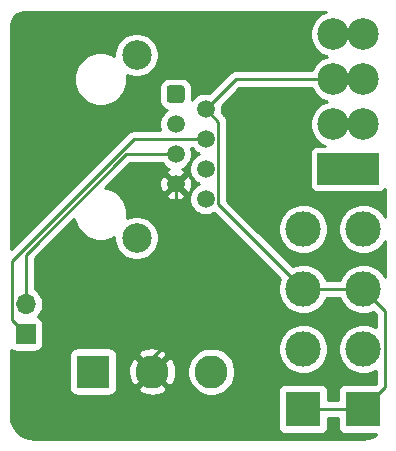
<source format=gbr>
%TF.GenerationSoftware,KiCad,Pcbnew,(5.1.9-0-10_14)*%
%TF.CreationDate,2021-06-18T10:34:29+02:00*%
%TF.ProjectId,RJ45-Terminalblock-Adapter,524a3435-2d54-4657-926d-696e616c626c,rev?*%
%TF.SameCoordinates,Original*%
%TF.FileFunction,Copper,L2,Bot*%
%TF.FilePolarity,Positive*%
%FSLAX46Y46*%
G04 Gerber Fmt 4.6, Leading zero omitted, Abs format (unit mm)*
G04 Created by KiCad (PCBNEW (5.1.9-0-10_14)) date 2021-06-18 10:34:29*
%MOMM*%
%LPD*%
G01*
G04 APERTURE LIST*
%TA.AperFunction,ComponentPad*%
%ADD10C,3.000000*%
%TD*%
%TA.AperFunction,ComponentPad*%
%ADD11R,3.000000X3.000000*%
%TD*%
%TA.AperFunction,ComponentPad*%
%ADD12C,2.670000*%
%TD*%
%TA.AperFunction,ComponentPad*%
%ADD13R,2.670000X2.670000*%
%TD*%
%TA.AperFunction,ComponentPad*%
%ADD14C,1.500000*%
%TD*%
%TA.AperFunction,ComponentPad*%
%ADD15C,2.500000*%
%TD*%
%TA.AperFunction,ComponentPad*%
%ADD16R,2.800000X2.800000*%
%TD*%
%TA.AperFunction,ComponentPad*%
%ADD17C,2.800000*%
%TD*%
%TA.AperFunction,ComponentPad*%
%ADD18R,1.700000X1.700000*%
%TD*%
%TA.AperFunction,ComponentPad*%
%ADD19O,1.700000X1.700000*%
%TD*%
%TA.AperFunction,ViaPad*%
%ADD20C,0.800000*%
%TD*%
%TA.AperFunction,Conductor*%
%ADD21C,0.250000*%
%TD*%
%TA.AperFunction,Conductor*%
%ADD22C,0.254000*%
%TD*%
%TA.AperFunction,Conductor*%
%ADD23C,0.100000*%
%TD*%
G04 APERTURE END LIST*
D10*
%TO.P,J3,4*%
%TO.N,/DIR*%
X104140000Y-35560000D03*
%TO.P,J3,3*%
%TO.N,/5V*%
X104140000Y-40640000D03*
%TO.P,J3,2*%
%TO.N,/STEP*%
X104140000Y-45720000D03*
D11*
%TO.P,J3,1*%
%TO.N,/5V*%
X104140000Y-50800000D03*
D10*
%TO.P,J3,4*%
%TO.N,/DIR*%
X99060000Y-35560000D03*
%TO.P,J3,3*%
%TO.N,/5V*%
X99060000Y-40640000D03*
%TO.P,J3,2*%
%TO.N,/STEP*%
X99060000Y-45720000D03*
D11*
%TO.P,J3,1*%
%TO.N,/5V*%
X99060000Y-50800000D03*
%TD*%
D12*
%TO.P,J4,4*%
%TO.N,Net-(J4-Pad4)*%
X104140000Y-19050000D03*
%TO.P,J4,3*%
%TO.N,/5V*%
X104140000Y-22860000D03*
%TO.P,J4,2*%
%TO.N,/DIR*%
X104140000Y-26670000D03*
D13*
%TO.P,J4,1*%
%TO.N,/STEP*%
X104140000Y-30480000D03*
X101600000Y-30480000D03*
D12*
%TO.P,J4,2*%
%TO.N,/DIR*%
X101600000Y-26670000D03*
%TO.P,J4,3*%
%TO.N,/5V*%
X101600000Y-22860000D03*
%TO.P,J4,4*%
%TO.N,Net-(J4-Pad4)*%
X101600000Y-19050000D03*
%TD*%
%TO.P,J1,1*%
%TO.N,/DIR*%
%TA.AperFunction,ComponentPad*%
G36*
G01*
X87765500Y-23380000D02*
X88764500Y-23380000D01*
G75*
G02*
X89015000Y-23630500I0J-250500D01*
G01*
X89015000Y-24629500D01*
G75*
G02*
X88764500Y-24880000I-250500J0D01*
G01*
X87765500Y-24880000D01*
G75*
G02*
X87515000Y-24629500I0J250500D01*
G01*
X87515000Y-23630500D01*
G75*
G02*
X87765500Y-23380000I250500J0D01*
G01*
G37*
%TD.AperFunction*%
D14*
%TO.P,J1,2*%
%TO.N,/5V*%
X90805000Y-25390000D03*
%TO.P,J1,3*%
%TO.N,/STEP*%
X88265000Y-26670000D03*
%TO.P,J1,4*%
%TO.N,Net-(J1-Pad4)*%
X90805000Y-27930000D03*
%TO.P,J1,5*%
%TO.N,Net-(J1-Pad5)*%
X88265000Y-29210000D03*
%TO.P,J1,6*%
%TO.N,/END_SW_2*%
X90805000Y-30470000D03*
%TO.P,J1,7*%
%TO.N,/GND*%
X88265000Y-31750000D03*
D15*
%TO.P,J1,SH*%
%TO.N,N/C*%
X84955000Y-20825000D03*
D14*
%TO.P,J1,8*%
%TO.N,/END_SW_1*%
X90805000Y-33010000D03*
D15*
%TO.P,J1,SH*%
%TO.N,N/C*%
X84955000Y-36315000D03*
%TD*%
D16*
%TO.P,J2,1*%
%TO.N,/END_SW_1*%
X81280000Y-47625000D03*
D17*
%TO.P,J2,2*%
%TO.N,/GND*%
X86280000Y-47625000D03*
%TO.P,J2,3*%
%TO.N,/END_SW_2*%
X91280000Y-47625000D03*
%TD*%
D18*
%TO.P,J5,1*%
%TO.N,Net-(J1-Pad4)*%
X75565000Y-44450000D03*
D19*
%TO.P,J5,2*%
%TO.N,Net-(J1-Pad5)*%
X75565000Y-41910000D03*
%TD*%
D20*
%TO.N,/GND*%
X77470000Y-26670000D03*
X96520000Y-29210000D03*
%TD*%
D21*
%TO.N,/5V*%
X93335000Y-22860000D02*
X90805000Y-25390000D01*
X101600000Y-22860000D02*
X93335000Y-22860000D01*
X91880001Y-33460001D02*
X99060000Y-40640000D01*
X91880001Y-26465001D02*
X91880001Y-33460001D01*
X90805000Y-25390000D02*
X91880001Y-26465001D01*
X99060000Y-40640000D02*
X104140000Y-40640000D01*
X105965001Y-48974999D02*
X104140000Y-50800000D01*
X105965001Y-42465001D02*
X105965001Y-48974999D01*
X104140000Y-40640000D02*
X105965001Y-42465001D01*
X99060000Y-50800000D02*
X104140000Y-50800000D01*
%TO.N,Net-(J1-Pad5)*%
X75565000Y-37738998D02*
X75565000Y-41910000D01*
X84093998Y-29210000D02*
X75565000Y-37738998D01*
X88265000Y-29210000D02*
X84093998Y-29210000D01*
%TO.N,/GND*%
X88265000Y-44450000D02*
X85090000Y-47625000D01*
X88265000Y-31750000D02*
X88265000Y-44450000D01*
%TO.N,Net-(J1-Pad4)*%
X74389999Y-43274999D02*
X75565000Y-44450000D01*
X84737588Y-27930000D02*
X74389999Y-38277589D01*
X74389999Y-38277589D02*
X74389999Y-43274999D01*
X90805000Y-27930000D02*
X84737588Y-27930000D01*
%TD*%
D22*
%TO.N,/GND*%
X89729201Y-28812886D02*
X89922114Y-29005799D01*
X90148957Y-29157371D01*
X90251873Y-29200000D01*
X90148957Y-29242629D01*
X89922114Y-29394201D01*
X89729201Y-29587114D01*
X89577629Y-29813957D01*
X89473225Y-30066011D01*
X89420000Y-30333589D01*
X89420000Y-30606411D01*
X89473225Y-30873989D01*
X89577629Y-31126043D01*
X89729201Y-31352886D01*
X89922114Y-31545799D01*
X90148957Y-31697371D01*
X90251873Y-31740000D01*
X90148957Y-31782629D01*
X89922114Y-31934201D01*
X89729201Y-32127114D01*
X89577629Y-32353957D01*
X89473225Y-32606011D01*
X89420000Y-32873589D01*
X89420000Y-33146411D01*
X89473225Y-33413989D01*
X89577629Y-33666043D01*
X89729201Y-33892886D01*
X89922114Y-34085799D01*
X90148957Y-34237371D01*
X90401011Y-34341775D01*
X90668589Y-34395000D01*
X90941411Y-34395000D01*
X91208989Y-34341775D01*
X91461043Y-34237371D01*
X91533893Y-34188694D01*
X97111140Y-39765942D01*
X97007047Y-40017244D01*
X96925000Y-40429721D01*
X96925000Y-40850279D01*
X97007047Y-41262756D01*
X97167988Y-41651302D01*
X97401637Y-42000983D01*
X97699017Y-42298363D01*
X98048698Y-42532012D01*
X98437244Y-42692953D01*
X98849721Y-42775000D01*
X99270279Y-42775000D01*
X99682756Y-42692953D01*
X100071302Y-42532012D01*
X100420983Y-42298363D01*
X100718363Y-42000983D01*
X100952012Y-41651302D01*
X101056105Y-41400000D01*
X102143895Y-41400000D01*
X102247988Y-41651302D01*
X102481637Y-42000983D01*
X102779017Y-42298363D01*
X103128698Y-42532012D01*
X103517244Y-42692953D01*
X103929721Y-42775000D01*
X104350279Y-42775000D01*
X104762756Y-42692953D01*
X105014058Y-42588860D01*
X105205001Y-42779803D01*
X105205001Y-43863869D01*
X105151302Y-43827988D01*
X104762756Y-43667047D01*
X104350279Y-43585000D01*
X103929721Y-43585000D01*
X103517244Y-43667047D01*
X103128698Y-43827988D01*
X102779017Y-44061637D01*
X102481637Y-44359017D01*
X102247988Y-44708698D01*
X102087047Y-45097244D01*
X102005000Y-45509721D01*
X102005000Y-45930279D01*
X102087047Y-46342756D01*
X102247988Y-46731302D01*
X102481637Y-47080983D01*
X102779017Y-47378363D01*
X103128698Y-47612012D01*
X103517244Y-47772953D01*
X103929721Y-47855000D01*
X104350279Y-47855000D01*
X104762756Y-47772953D01*
X105151302Y-47612012D01*
X105205002Y-47576131D01*
X105205002Y-48660196D01*
X105203270Y-48661928D01*
X102640000Y-48661928D01*
X102515518Y-48674188D01*
X102395820Y-48710498D01*
X102285506Y-48769463D01*
X102188815Y-48848815D01*
X102109463Y-48945506D01*
X102050498Y-49055820D01*
X102014188Y-49175518D01*
X102001928Y-49300000D01*
X102001928Y-50040000D01*
X101198072Y-50040000D01*
X101198072Y-49300000D01*
X101185812Y-49175518D01*
X101149502Y-49055820D01*
X101090537Y-48945506D01*
X101011185Y-48848815D01*
X100914494Y-48769463D01*
X100804180Y-48710498D01*
X100684482Y-48674188D01*
X100560000Y-48661928D01*
X97560000Y-48661928D01*
X97435518Y-48674188D01*
X97315820Y-48710498D01*
X97205506Y-48769463D01*
X97108815Y-48848815D01*
X97029463Y-48945506D01*
X96970498Y-49055820D01*
X96934188Y-49175518D01*
X96921928Y-49300000D01*
X96921928Y-52300000D01*
X96934188Y-52424482D01*
X96970498Y-52544180D01*
X97029463Y-52654494D01*
X97108815Y-52751185D01*
X97205506Y-52830537D01*
X97315820Y-52889502D01*
X97435518Y-52925812D01*
X97560000Y-52938072D01*
X100560000Y-52938072D01*
X100684482Y-52925812D01*
X100804180Y-52889502D01*
X100914494Y-52830537D01*
X101011185Y-52751185D01*
X101090537Y-52654494D01*
X101149502Y-52544180D01*
X101185812Y-52424482D01*
X101198072Y-52300000D01*
X101198072Y-51560000D01*
X102001928Y-51560000D01*
X102001928Y-52300000D01*
X102014188Y-52424482D01*
X102050498Y-52544180D01*
X102109463Y-52654494D01*
X102188815Y-52751185D01*
X102285506Y-52830537D01*
X102395820Y-52889502D01*
X102515518Y-52925812D01*
X102640000Y-52938072D01*
X105253452Y-52938072D01*
X105189514Y-52990965D01*
X104867304Y-53165184D01*
X104517385Y-53273502D01*
X104122557Y-53315000D01*
X76232279Y-53315000D01*
X75835455Y-53276091D01*
X75484794Y-53170220D01*
X75161377Y-52998257D01*
X74877518Y-52766748D01*
X74644035Y-52484514D01*
X74469816Y-52162304D01*
X74361498Y-51812385D01*
X74320000Y-51417557D01*
X74320000Y-46225000D01*
X79241928Y-46225000D01*
X79241928Y-49025000D01*
X79254188Y-49149482D01*
X79290498Y-49269180D01*
X79349463Y-49379494D01*
X79428815Y-49476185D01*
X79525506Y-49555537D01*
X79635820Y-49614502D01*
X79755518Y-49650812D01*
X79880000Y-49663072D01*
X82680000Y-49663072D01*
X82804482Y-49650812D01*
X82924180Y-49614502D01*
X83034494Y-49555537D01*
X83131185Y-49476185D01*
X83210537Y-49379494D01*
X83269502Y-49269180D01*
X83305812Y-49149482D01*
X83316058Y-49045447D01*
X85039158Y-49045447D01*
X85183135Y-49350770D01*
X85540892Y-49531597D01*
X85927053Y-49639155D01*
X86326777Y-49669310D01*
X86724704Y-49620904D01*
X87105540Y-49495795D01*
X87376865Y-49350770D01*
X87520842Y-49045447D01*
X86280000Y-47804605D01*
X85039158Y-49045447D01*
X83316058Y-49045447D01*
X83318072Y-49025000D01*
X83318072Y-47671777D01*
X84235690Y-47671777D01*
X84284096Y-48069704D01*
X84409205Y-48450540D01*
X84554230Y-48721865D01*
X84859553Y-48865842D01*
X86100395Y-47625000D01*
X86459605Y-47625000D01*
X87700447Y-48865842D01*
X88005770Y-48721865D01*
X88186597Y-48364108D01*
X88294155Y-47977947D01*
X88324310Y-47578223D01*
X88305619Y-47424570D01*
X89245000Y-47424570D01*
X89245000Y-47825430D01*
X89323204Y-48218587D01*
X89476607Y-48588934D01*
X89699313Y-48922237D01*
X89982763Y-49205687D01*
X90316066Y-49428393D01*
X90686413Y-49581796D01*
X91079570Y-49660000D01*
X91480430Y-49660000D01*
X91873587Y-49581796D01*
X92243934Y-49428393D01*
X92577237Y-49205687D01*
X92860687Y-48922237D01*
X93083393Y-48588934D01*
X93236796Y-48218587D01*
X93315000Y-47825430D01*
X93315000Y-47424570D01*
X93236796Y-47031413D01*
X93083393Y-46661066D01*
X92860687Y-46327763D01*
X92577237Y-46044313D01*
X92243934Y-45821607D01*
X91873587Y-45668204D01*
X91480430Y-45590000D01*
X91079570Y-45590000D01*
X90686413Y-45668204D01*
X90316066Y-45821607D01*
X89982763Y-46044313D01*
X89699313Y-46327763D01*
X89476607Y-46661066D01*
X89323204Y-47031413D01*
X89245000Y-47424570D01*
X88305619Y-47424570D01*
X88275904Y-47180296D01*
X88150795Y-46799460D01*
X88005770Y-46528135D01*
X87700447Y-46384158D01*
X86459605Y-47625000D01*
X86100395Y-47625000D01*
X84859553Y-46384158D01*
X84554230Y-46528135D01*
X84373403Y-46885892D01*
X84265845Y-47272053D01*
X84235690Y-47671777D01*
X83318072Y-47671777D01*
X83318072Y-46225000D01*
X83316059Y-46204553D01*
X85039158Y-46204553D01*
X86280000Y-47445395D01*
X87520842Y-46204553D01*
X87376865Y-45899230D01*
X87019108Y-45718403D01*
X86632947Y-45610845D01*
X86233223Y-45580690D01*
X85835296Y-45629096D01*
X85454460Y-45754205D01*
X85183135Y-45899230D01*
X85039158Y-46204553D01*
X83316059Y-46204553D01*
X83305812Y-46100518D01*
X83269502Y-45980820D01*
X83210537Y-45870506D01*
X83131185Y-45773815D01*
X83034494Y-45694463D01*
X82924180Y-45635498D01*
X82804482Y-45599188D01*
X82680000Y-45586928D01*
X79880000Y-45586928D01*
X79755518Y-45599188D01*
X79635820Y-45635498D01*
X79525506Y-45694463D01*
X79428815Y-45773815D01*
X79349463Y-45870506D01*
X79290498Y-45980820D01*
X79254188Y-46100518D01*
X79241928Y-46225000D01*
X74320000Y-46225000D01*
X74320000Y-45797295D01*
X74360506Y-45830537D01*
X74470820Y-45889502D01*
X74590518Y-45925812D01*
X74715000Y-45938072D01*
X76415000Y-45938072D01*
X76539482Y-45925812D01*
X76659180Y-45889502D01*
X76769494Y-45830537D01*
X76866185Y-45751185D01*
X76945537Y-45654494D01*
X77004502Y-45544180D01*
X77014955Y-45509721D01*
X96925000Y-45509721D01*
X96925000Y-45930279D01*
X97007047Y-46342756D01*
X97167988Y-46731302D01*
X97401637Y-47080983D01*
X97699017Y-47378363D01*
X98048698Y-47612012D01*
X98437244Y-47772953D01*
X98849721Y-47855000D01*
X99270279Y-47855000D01*
X99682756Y-47772953D01*
X100071302Y-47612012D01*
X100420983Y-47378363D01*
X100718363Y-47080983D01*
X100952012Y-46731302D01*
X101112953Y-46342756D01*
X101195000Y-45930279D01*
X101195000Y-45509721D01*
X101112953Y-45097244D01*
X100952012Y-44708698D01*
X100718363Y-44359017D01*
X100420983Y-44061637D01*
X100071302Y-43827988D01*
X99682756Y-43667047D01*
X99270279Y-43585000D01*
X98849721Y-43585000D01*
X98437244Y-43667047D01*
X98048698Y-43827988D01*
X97699017Y-44061637D01*
X97401637Y-44359017D01*
X97167988Y-44708698D01*
X97007047Y-45097244D01*
X96925000Y-45509721D01*
X77014955Y-45509721D01*
X77040812Y-45424482D01*
X77053072Y-45300000D01*
X77053072Y-43600000D01*
X77040812Y-43475518D01*
X77004502Y-43355820D01*
X76945537Y-43245506D01*
X76866185Y-43148815D01*
X76769494Y-43069463D01*
X76659180Y-43010498D01*
X76586620Y-42988487D01*
X76718475Y-42856632D01*
X76880990Y-42613411D01*
X76992932Y-42343158D01*
X77050000Y-42056260D01*
X77050000Y-41763740D01*
X76992932Y-41476842D01*
X76880990Y-41206589D01*
X76718475Y-40963368D01*
X76511632Y-40756525D01*
X76325000Y-40631822D01*
X76325000Y-38053799D01*
X79682531Y-34696269D01*
X79731851Y-34944218D01*
X79902214Y-35355511D01*
X80149544Y-35725666D01*
X80464334Y-36040456D01*
X80834489Y-36287786D01*
X81245782Y-36458149D01*
X81682409Y-36545000D01*
X82127591Y-36545000D01*
X82564218Y-36458149D01*
X82975511Y-36287786D01*
X83070000Y-36224650D01*
X83070000Y-36500656D01*
X83142439Y-36864834D01*
X83284534Y-37207882D01*
X83490825Y-37516618D01*
X83753382Y-37779175D01*
X84062118Y-37985466D01*
X84405166Y-38127561D01*
X84769344Y-38200000D01*
X85140656Y-38200000D01*
X85504834Y-38127561D01*
X85847882Y-37985466D01*
X86156618Y-37779175D01*
X86419175Y-37516618D01*
X86625466Y-37207882D01*
X86767561Y-36864834D01*
X86840000Y-36500656D01*
X86840000Y-36129344D01*
X86767561Y-35765166D01*
X86625466Y-35422118D01*
X86419175Y-35113382D01*
X86156618Y-34850825D01*
X85847882Y-34644534D01*
X85504834Y-34502439D01*
X85140656Y-34430000D01*
X84769344Y-34430000D01*
X84405166Y-34502439D01*
X84144552Y-34610389D01*
X84165000Y-34507591D01*
X84165000Y-34062409D01*
X84078149Y-33625782D01*
X83907786Y-33214489D01*
X83660456Y-32844334D01*
X83523115Y-32706993D01*
X87487612Y-32706993D01*
X87553137Y-32945860D01*
X87800116Y-33061760D01*
X88064960Y-33127250D01*
X88337492Y-33139812D01*
X88607238Y-33098965D01*
X88863832Y-33006277D01*
X88976863Y-32945860D01*
X89042388Y-32706993D01*
X88265000Y-31929605D01*
X87487612Y-32706993D01*
X83523115Y-32706993D01*
X83345666Y-32529544D01*
X82975511Y-32282214D01*
X82564218Y-32111851D01*
X82316269Y-32062531D01*
X82556308Y-31822492D01*
X86875188Y-31822492D01*
X86916035Y-32092238D01*
X87008723Y-32348832D01*
X87069140Y-32461863D01*
X87308007Y-32527388D01*
X88085395Y-31750000D01*
X88444605Y-31750000D01*
X89221993Y-32527388D01*
X89460860Y-32461863D01*
X89576760Y-32214884D01*
X89642250Y-31950040D01*
X89654812Y-31677508D01*
X89613965Y-31407762D01*
X89521277Y-31151168D01*
X89460860Y-31038137D01*
X89221993Y-30972612D01*
X88444605Y-31750000D01*
X88085395Y-31750000D01*
X87308007Y-30972612D01*
X87069140Y-31038137D01*
X86953240Y-31285116D01*
X86887750Y-31549960D01*
X86875188Y-31822492D01*
X82556308Y-31822492D01*
X84408800Y-29970000D01*
X87107091Y-29970000D01*
X87189201Y-30092886D01*
X87382114Y-30285799D01*
X87608957Y-30437371D01*
X87708279Y-30478511D01*
X87666168Y-30493723D01*
X87553137Y-30554140D01*
X87487612Y-30793007D01*
X88265000Y-31570395D01*
X89042388Y-30793007D01*
X88976863Y-30554140D01*
X88818523Y-30479836D01*
X88921043Y-30437371D01*
X89147886Y-30285799D01*
X89340799Y-30092886D01*
X89492371Y-29866043D01*
X89596775Y-29613989D01*
X89650000Y-29346411D01*
X89650000Y-29073589D01*
X89596775Y-28806011D01*
X89548722Y-28690000D01*
X89647091Y-28690000D01*
X89729201Y-28812886D01*
%TA.AperFunction,Conductor*%
D23*
G36*
X89729201Y-28812886D02*
G01*
X89922114Y-29005799D01*
X90148957Y-29157371D01*
X90251873Y-29200000D01*
X90148957Y-29242629D01*
X89922114Y-29394201D01*
X89729201Y-29587114D01*
X89577629Y-29813957D01*
X89473225Y-30066011D01*
X89420000Y-30333589D01*
X89420000Y-30606411D01*
X89473225Y-30873989D01*
X89577629Y-31126043D01*
X89729201Y-31352886D01*
X89922114Y-31545799D01*
X90148957Y-31697371D01*
X90251873Y-31740000D01*
X90148957Y-31782629D01*
X89922114Y-31934201D01*
X89729201Y-32127114D01*
X89577629Y-32353957D01*
X89473225Y-32606011D01*
X89420000Y-32873589D01*
X89420000Y-33146411D01*
X89473225Y-33413989D01*
X89577629Y-33666043D01*
X89729201Y-33892886D01*
X89922114Y-34085799D01*
X90148957Y-34237371D01*
X90401011Y-34341775D01*
X90668589Y-34395000D01*
X90941411Y-34395000D01*
X91208989Y-34341775D01*
X91461043Y-34237371D01*
X91533893Y-34188694D01*
X97111140Y-39765942D01*
X97007047Y-40017244D01*
X96925000Y-40429721D01*
X96925000Y-40850279D01*
X97007047Y-41262756D01*
X97167988Y-41651302D01*
X97401637Y-42000983D01*
X97699017Y-42298363D01*
X98048698Y-42532012D01*
X98437244Y-42692953D01*
X98849721Y-42775000D01*
X99270279Y-42775000D01*
X99682756Y-42692953D01*
X100071302Y-42532012D01*
X100420983Y-42298363D01*
X100718363Y-42000983D01*
X100952012Y-41651302D01*
X101056105Y-41400000D01*
X102143895Y-41400000D01*
X102247988Y-41651302D01*
X102481637Y-42000983D01*
X102779017Y-42298363D01*
X103128698Y-42532012D01*
X103517244Y-42692953D01*
X103929721Y-42775000D01*
X104350279Y-42775000D01*
X104762756Y-42692953D01*
X105014058Y-42588860D01*
X105205001Y-42779803D01*
X105205001Y-43863869D01*
X105151302Y-43827988D01*
X104762756Y-43667047D01*
X104350279Y-43585000D01*
X103929721Y-43585000D01*
X103517244Y-43667047D01*
X103128698Y-43827988D01*
X102779017Y-44061637D01*
X102481637Y-44359017D01*
X102247988Y-44708698D01*
X102087047Y-45097244D01*
X102005000Y-45509721D01*
X102005000Y-45930279D01*
X102087047Y-46342756D01*
X102247988Y-46731302D01*
X102481637Y-47080983D01*
X102779017Y-47378363D01*
X103128698Y-47612012D01*
X103517244Y-47772953D01*
X103929721Y-47855000D01*
X104350279Y-47855000D01*
X104762756Y-47772953D01*
X105151302Y-47612012D01*
X105205002Y-47576131D01*
X105205002Y-48660196D01*
X105203270Y-48661928D01*
X102640000Y-48661928D01*
X102515518Y-48674188D01*
X102395820Y-48710498D01*
X102285506Y-48769463D01*
X102188815Y-48848815D01*
X102109463Y-48945506D01*
X102050498Y-49055820D01*
X102014188Y-49175518D01*
X102001928Y-49300000D01*
X102001928Y-50040000D01*
X101198072Y-50040000D01*
X101198072Y-49300000D01*
X101185812Y-49175518D01*
X101149502Y-49055820D01*
X101090537Y-48945506D01*
X101011185Y-48848815D01*
X100914494Y-48769463D01*
X100804180Y-48710498D01*
X100684482Y-48674188D01*
X100560000Y-48661928D01*
X97560000Y-48661928D01*
X97435518Y-48674188D01*
X97315820Y-48710498D01*
X97205506Y-48769463D01*
X97108815Y-48848815D01*
X97029463Y-48945506D01*
X96970498Y-49055820D01*
X96934188Y-49175518D01*
X96921928Y-49300000D01*
X96921928Y-52300000D01*
X96934188Y-52424482D01*
X96970498Y-52544180D01*
X97029463Y-52654494D01*
X97108815Y-52751185D01*
X97205506Y-52830537D01*
X97315820Y-52889502D01*
X97435518Y-52925812D01*
X97560000Y-52938072D01*
X100560000Y-52938072D01*
X100684482Y-52925812D01*
X100804180Y-52889502D01*
X100914494Y-52830537D01*
X101011185Y-52751185D01*
X101090537Y-52654494D01*
X101149502Y-52544180D01*
X101185812Y-52424482D01*
X101198072Y-52300000D01*
X101198072Y-51560000D01*
X102001928Y-51560000D01*
X102001928Y-52300000D01*
X102014188Y-52424482D01*
X102050498Y-52544180D01*
X102109463Y-52654494D01*
X102188815Y-52751185D01*
X102285506Y-52830537D01*
X102395820Y-52889502D01*
X102515518Y-52925812D01*
X102640000Y-52938072D01*
X105253452Y-52938072D01*
X105189514Y-52990965D01*
X104867304Y-53165184D01*
X104517385Y-53273502D01*
X104122557Y-53315000D01*
X76232279Y-53315000D01*
X75835455Y-53276091D01*
X75484794Y-53170220D01*
X75161377Y-52998257D01*
X74877518Y-52766748D01*
X74644035Y-52484514D01*
X74469816Y-52162304D01*
X74361498Y-51812385D01*
X74320000Y-51417557D01*
X74320000Y-46225000D01*
X79241928Y-46225000D01*
X79241928Y-49025000D01*
X79254188Y-49149482D01*
X79290498Y-49269180D01*
X79349463Y-49379494D01*
X79428815Y-49476185D01*
X79525506Y-49555537D01*
X79635820Y-49614502D01*
X79755518Y-49650812D01*
X79880000Y-49663072D01*
X82680000Y-49663072D01*
X82804482Y-49650812D01*
X82924180Y-49614502D01*
X83034494Y-49555537D01*
X83131185Y-49476185D01*
X83210537Y-49379494D01*
X83269502Y-49269180D01*
X83305812Y-49149482D01*
X83316058Y-49045447D01*
X85039158Y-49045447D01*
X85183135Y-49350770D01*
X85540892Y-49531597D01*
X85927053Y-49639155D01*
X86326777Y-49669310D01*
X86724704Y-49620904D01*
X87105540Y-49495795D01*
X87376865Y-49350770D01*
X87520842Y-49045447D01*
X86280000Y-47804605D01*
X85039158Y-49045447D01*
X83316058Y-49045447D01*
X83318072Y-49025000D01*
X83318072Y-47671777D01*
X84235690Y-47671777D01*
X84284096Y-48069704D01*
X84409205Y-48450540D01*
X84554230Y-48721865D01*
X84859553Y-48865842D01*
X86100395Y-47625000D01*
X86459605Y-47625000D01*
X87700447Y-48865842D01*
X88005770Y-48721865D01*
X88186597Y-48364108D01*
X88294155Y-47977947D01*
X88324310Y-47578223D01*
X88305619Y-47424570D01*
X89245000Y-47424570D01*
X89245000Y-47825430D01*
X89323204Y-48218587D01*
X89476607Y-48588934D01*
X89699313Y-48922237D01*
X89982763Y-49205687D01*
X90316066Y-49428393D01*
X90686413Y-49581796D01*
X91079570Y-49660000D01*
X91480430Y-49660000D01*
X91873587Y-49581796D01*
X92243934Y-49428393D01*
X92577237Y-49205687D01*
X92860687Y-48922237D01*
X93083393Y-48588934D01*
X93236796Y-48218587D01*
X93315000Y-47825430D01*
X93315000Y-47424570D01*
X93236796Y-47031413D01*
X93083393Y-46661066D01*
X92860687Y-46327763D01*
X92577237Y-46044313D01*
X92243934Y-45821607D01*
X91873587Y-45668204D01*
X91480430Y-45590000D01*
X91079570Y-45590000D01*
X90686413Y-45668204D01*
X90316066Y-45821607D01*
X89982763Y-46044313D01*
X89699313Y-46327763D01*
X89476607Y-46661066D01*
X89323204Y-47031413D01*
X89245000Y-47424570D01*
X88305619Y-47424570D01*
X88275904Y-47180296D01*
X88150795Y-46799460D01*
X88005770Y-46528135D01*
X87700447Y-46384158D01*
X86459605Y-47625000D01*
X86100395Y-47625000D01*
X84859553Y-46384158D01*
X84554230Y-46528135D01*
X84373403Y-46885892D01*
X84265845Y-47272053D01*
X84235690Y-47671777D01*
X83318072Y-47671777D01*
X83318072Y-46225000D01*
X83316059Y-46204553D01*
X85039158Y-46204553D01*
X86280000Y-47445395D01*
X87520842Y-46204553D01*
X87376865Y-45899230D01*
X87019108Y-45718403D01*
X86632947Y-45610845D01*
X86233223Y-45580690D01*
X85835296Y-45629096D01*
X85454460Y-45754205D01*
X85183135Y-45899230D01*
X85039158Y-46204553D01*
X83316059Y-46204553D01*
X83305812Y-46100518D01*
X83269502Y-45980820D01*
X83210537Y-45870506D01*
X83131185Y-45773815D01*
X83034494Y-45694463D01*
X82924180Y-45635498D01*
X82804482Y-45599188D01*
X82680000Y-45586928D01*
X79880000Y-45586928D01*
X79755518Y-45599188D01*
X79635820Y-45635498D01*
X79525506Y-45694463D01*
X79428815Y-45773815D01*
X79349463Y-45870506D01*
X79290498Y-45980820D01*
X79254188Y-46100518D01*
X79241928Y-46225000D01*
X74320000Y-46225000D01*
X74320000Y-45797295D01*
X74360506Y-45830537D01*
X74470820Y-45889502D01*
X74590518Y-45925812D01*
X74715000Y-45938072D01*
X76415000Y-45938072D01*
X76539482Y-45925812D01*
X76659180Y-45889502D01*
X76769494Y-45830537D01*
X76866185Y-45751185D01*
X76945537Y-45654494D01*
X77004502Y-45544180D01*
X77014955Y-45509721D01*
X96925000Y-45509721D01*
X96925000Y-45930279D01*
X97007047Y-46342756D01*
X97167988Y-46731302D01*
X97401637Y-47080983D01*
X97699017Y-47378363D01*
X98048698Y-47612012D01*
X98437244Y-47772953D01*
X98849721Y-47855000D01*
X99270279Y-47855000D01*
X99682756Y-47772953D01*
X100071302Y-47612012D01*
X100420983Y-47378363D01*
X100718363Y-47080983D01*
X100952012Y-46731302D01*
X101112953Y-46342756D01*
X101195000Y-45930279D01*
X101195000Y-45509721D01*
X101112953Y-45097244D01*
X100952012Y-44708698D01*
X100718363Y-44359017D01*
X100420983Y-44061637D01*
X100071302Y-43827988D01*
X99682756Y-43667047D01*
X99270279Y-43585000D01*
X98849721Y-43585000D01*
X98437244Y-43667047D01*
X98048698Y-43827988D01*
X97699017Y-44061637D01*
X97401637Y-44359017D01*
X97167988Y-44708698D01*
X97007047Y-45097244D01*
X96925000Y-45509721D01*
X77014955Y-45509721D01*
X77040812Y-45424482D01*
X77053072Y-45300000D01*
X77053072Y-43600000D01*
X77040812Y-43475518D01*
X77004502Y-43355820D01*
X76945537Y-43245506D01*
X76866185Y-43148815D01*
X76769494Y-43069463D01*
X76659180Y-43010498D01*
X76586620Y-42988487D01*
X76718475Y-42856632D01*
X76880990Y-42613411D01*
X76992932Y-42343158D01*
X77050000Y-42056260D01*
X77050000Y-41763740D01*
X76992932Y-41476842D01*
X76880990Y-41206589D01*
X76718475Y-40963368D01*
X76511632Y-40756525D01*
X76325000Y-40631822D01*
X76325000Y-38053799D01*
X79682531Y-34696269D01*
X79731851Y-34944218D01*
X79902214Y-35355511D01*
X80149544Y-35725666D01*
X80464334Y-36040456D01*
X80834489Y-36287786D01*
X81245782Y-36458149D01*
X81682409Y-36545000D01*
X82127591Y-36545000D01*
X82564218Y-36458149D01*
X82975511Y-36287786D01*
X83070000Y-36224650D01*
X83070000Y-36500656D01*
X83142439Y-36864834D01*
X83284534Y-37207882D01*
X83490825Y-37516618D01*
X83753382Y-37779175D01*
X84062118Y-37985466D01*
X84405166Y-38127561D01*
X84769344Y-38200000D01*
X85140656Y-38200000D01*
X85504834Y-38127561D01*
X85847882Y-37985466D01*
X86156618Y-37779175D01*
X86419175Y-37516618D01*
X86625466Y-37207882D01*
X86767561Y-36864834D01*
X86840000Y-36500656D01*
X86840000Y-36129344D01*
X86767561Y-35765166D01*
X86625466Y-35422118D01*
X86419175Y-35113382D01*
X86156618Y-34850825D01*
X85847882Y-34644534D01*
X85504834Y-34502439D01*
X85140656Y-34430000D01*
X84769344Y-34430000D01*
X84405166Y-34502439D01*
X84144552Y-34610389D01*
X84165000Y-34507591D01*
X84165000Y-34062409D01*
X84078149Y-33625782D01*
X83907786Y-33214489D01*
X83660456Y-32844334D01*
X83523115Y-32706993D01*
X87487612Y-32706993D01*
X87553137Y-32945860D01*
X87800116Y-33061760D01*
X88064960Y-33127250D01*
X88337492Y-33139812D01*
X88607238Y-33098965D01*
X88863832Y-33006277D01*
X88976863Y-32945860D01*
X89042388Y-32706993D01*
X88265000Y-31929605D01*
X87487612Y-32706993D01*
X83523115Y-32706993D01*
X83345666Y-32529544D01*
X82975511Y-32282214D01*
X82564218Y-32111851D01*
X82316269Y-32062531D01*
X82556308Y-31822492D01*
X86875188Y-31822492D01*
X86916035Y-32092238D01*
X87008723Y-32348832D01*
X87069140Y-32461863D01*
X87308007Y-32527388D01*
X88085395Y-31750000D01*
X88444605Y-31750000D01*
X89221993Y-32527388D01*
X89460860Y-32461863D01*
X89576760Y-32214884D01*
X89642250Y-31950040D01*
X89654812Y-31677508D01*
X89613965Y-31407762D01*
X89521277Y-31151168D01*
X89460860Y-31038137D01*
X89221993Y-30972612D01*
X88444605Y-31750000D01*
X88085395Y-31750000D01*
X87308007Y-30972612D01*
X87069140Y-31038137D01*
X86953240Y-31285116D01*
X86887750Y-31549960D01*
X86875188Y-31822492D01*
X82556308Y-31822492D01*
X84408800Y-29970000D01*
X87107091Y-29970000D01*
X87189201Y-30092886D01*
X87382114Y-30285799D01*
X87608957Y-30437371D01*
X87708279Y-30478511D01*
X87666168Y-30493723D01*
X87553137Y-30554140D01*
X87487612Y-30793007D01*
X88265000Y-31570395D01*
X89042388Y-30793007D01*
X88976863Y-30554140D01*
X88818523Y-30479836D01*
X88921043Y-30437371D01*
X89147886Y-30285799D01*
X89340799Y-30092886D01*
X89492371Y-29866043D01*
X89596775Y-29613989D01*
X89650000Y-29346411D01*
X89650000Y-29073589D01*
X89596775Y-28806011D01*
X89548722Y-28690000D01*
X89647091Y-28690000D01*
X89729201Y-28812886D01*
G37*
%TD.AperFunction*%
D22*
X99854209Y-23793145D02*
X100069801Y-24115802D01*
X100344198Y-24390199D01*
X100666855Y-24605791D01*
X101025372Y-24754294D01*
X101079195Y-24765000D01*
X101025372Y-24775706D01*
X100666855Y-24924209D01*
X100344198Y-25139801D01*
X100069801Y-25414198D01*
X99854209Y-25736855D01*
X99705706Y-26095372D01*
X99630000Y-26475972D01*
X99630000Y-26864028D01*
X99705706Y-27244628D01*
X99854209Y-27603145D01*
X100069801Y-27925802D01*
X100344198Y-28200199D01*
X100666855Y-28415791D01*
X100886879Y-28506928D01*
X100265000Y-28506928D01*
X100140518Y-28519188D01*
X100020820Y-28555498D01*
X99910506Y-28614463D01*
X99813815Y-28693815D01*
X99734463Y-28790506D01*
X99675498Y-28900820D01*
X99639188Y-29020518D01*
X99626928Y-29145000D01*
X99626928Y-31815000D01*
X99639188Y-31939482D01*
X99675498Y-32059180D01*
X99734463Y-32169494D01*
X99813815Y-32266185D01*
X99910506Y-32345537D01*
X100020820Y-32404502D01*
X100140518Y-32440812D01*
X100265000Y-32453072D01*
X105475000Y-32453072D01*
X105599482Y-32440812D01*
X105719180Y-32404502D01*
X105829494Y-32345537D01*
X105926185Y-32266185D01*
X106005537Y-32169494D01*
X106020000Y-32142435D01*
X106020000Y-34530721D01*
X105798363Y-34199017D01*
X105500983Y-33901637D01*
X105151302Y-33667988D01*
X104762756Y-33507047D01*
X104350279Y-33425000D01*
X103929721Y-33425000D01*
X103517244Y-33507047D01*
X103128698Y-33667988D01*
X102779017Y-33901637D01*
X102481637Y-34199017D01*
X102247988Y-34548698D01*
X102087047Y-34937244D01*
X102005000Y-35349721D01*
X102005000Y-35770279D01*
X102087047Y-36182756D01*
X102247988Y-36571302D01*
X102481637Y-36920983D01*
X102779017Y-37218363D01*
X103128698Y-37452012D01*
X103517244Y-37612953D01*
X103929721Y-37695000D01*
X104350279Y-37695000D01*
X104762756Y-37612953D01*
X105151302Y-37452012D01*
X105500983Y-37218363D01*
X105798363Y-36920983D01*
X106020001Y-36589278D01*
X106020001Y-39610722D01*
X105798363Y-39279017D01*
X105500983Y-38981637D01*
X105151302Y-38747988D01*
X104762756Y-38587047D01*
X104350279Y-38505000D01*
X103929721Y-38505000D01*
X103517244Y-38587047D01*
X103128698Y-38747988D01*
X102779017Y-38981637D01*
X102481637Y-39279017D01*
X102247988Y-39628698D01*
X102143895Y-39880000D01*
X101056105Y-39880000D01*
X100952012Y-39628698D01*
X100718363Y-39279017D01*
X100420983Y-38981637D01*
X100071302Y-38747988D01*
X99682756Y-38587047D01*
X99270279Y-38505000D01*
X98849721Y-38505000D01*
X98437244Y-38587047D01*
X98185942Y-38691140D01*
X94844523Y-35349721D01*
X96925000Y-35349721D01*
X96925000Y-35770279D01*
X97007047Y-36182756D01*
X97167988Y-36571302D01*
X97401637Y-36920983D01*
X97699017Y-37218363D01*
X98048698Y-37452012D01*
X98437244Y-37612953D01*
X98849721Y-37695000D01*
X99270279Y-37695000D01*
X99682756Y-37612953D01*
X100071302Y-37452012D01*
X100420983Y-37218363D01*
X100718363Y-36920983D01*
X100952012Y-36571302D01*
X101112953Y-36182756D01*
X101195000Y-35770279D01*
X101195000Y-35349721D01*
X101112953Y-34937244D01*
X100952012Y-34548698D01*
X100718363Y-34199017D01*
X100420983Y-33901637D01*
X100071302Y-33667988D01*
X99682756Y-33507047D01*
X99270279Y-33425000D01*
X98849721Y-33425000D01*
X98437244Y-33507047D01*
X98048698Y-33667988D01*
X97699017Y-33901637D01*
X97401637Y-34199017D01*
X97167988Y-34548698D01*
X97007047Y-34937244D01*
X96925000Y-35349721D01*
X94844523Y-35349721D01*
X92640001Y-33145200D01*
X92640001Y-26502323D01*
X92643677Y-26465001D01*
X92640001Y-26427678D01*
X92640001Y-26427668D01*
X92629004Y-26316015D01*
X92585547Y-26172754D01*
X92514975Y-26040724D01*
X92443800Y-25953998D01*
X92420002Y-25925000D01*
X92391005Y-25901203D01*
X92161167Y-25671365D01*
X92190000Y-25526411D01*
X92190000Y-25253589D01*
X92161167Y-25108635D01*
X93649802Y-23620000D01*
X99782490Y-23620000D01*
X99854209Y-23793145D01*
%TA.AperFunction,Conductor*%
D23*
G36*
X99854209Y-23793145D02*
G01*
X100069801Y-24115802D01*
X100344198Y-24390199D01*
X100666855Y-24605791D01*
X101025372Y-24754294D01*
X101079195Y-24765000D01*
X101025372Y-24775706D01*
X100666855Y-24924209D01*
X100344198Y-25139801D01*
X100069801Y-25414198D01*
X99854209Y-25736855D01*
X99705706Y-26095372D01*
X99630000Y-26475972D01*
X99630000Y-26864028D01*
X99705706Y-27244628D01*
X99854209Y-27603145D01*
X100069801Y-27925802D01*
X100344198Y-28200199D01*
X100666855Y-28415791D01*
X100886879Y-28506928D01*
X100265000Y-28506928D01*
X100140518Y-28519188D01*
X100020820Y-28555498D01*
X99910506Y-28614463D01*
X99813815Y-28693815D01*
X99734463Y-28790506D01*
X99675498Y-28900820D01*
X99639188Y-29020518D01*
X99626928Y-29145000D01*
X99626928Y-31815000D01*
X99639188Y-31939482D01*
X99675498Y-32059180D01*
X99734463Y-32169494D01*
X99813815Y-32266185D01*
X99910506Y-32345537D01*
X100020820Y-32404502D01*
X100140518Y-32440812D01*
X100265000Y-32453072D01*
X105475000Y-32453072D01*
X105599482Y-32440812D01*
X105719180Y-32404502D01*
X105829494Y-32345537D01*
X105926185Y-32266185D01*
X106005537Y-32169494D01*
X106020000Y-32142435D01*
X106020000Y-34530721D01*
X105798363Y-34199017D01*
X105500983Y-33901637D01*
X105151302Y-33667988D01*
X104762756Y-33507047D01*
X104350279Y-33425000D01*
X103929721Y-33425000D01*
X103517244Y-33507047D01*
X103128698Y-33667988D01*
X102779017Y-33901637D01*
X102481637Y-34199017D01*
X102247988Y-34548698D01*
X102087047Y-34937244D01*
X102005000Y-35349721D01*
X102005000Y-35770279D01*
X102087047Y-36182756D01*
X102247988Y-36571302D01*
X102481637Y-36920983D01*
X102779017Y-37218363D01*
X103128698Y-37452012D01*
X103517244Y-37612953D01*
X103929721Y-37695000D01*
X104350279Y-37695000D01*
X104762756Y-37612953D01*
X105151302Y-37452012D01*
X105500983Y-37218363D01*
X105798363Y-36920983D01*
X106020001Y-36589278D01*
X106020001Y-39610722D01*
X105798363Y-39279017D01*
X105500983Y-38981637D01*
X105151302Y-38747988D01*
X104762756Y-38587047D01*
X104350279Y-38505000D01*
X103929721Y-38505000D01*
X103517244Y-38587047D01*
X103128698Y-38747988D01*
X102779017Y-38981637D01*
X102481637Y-39279017D01*
X102247988Y-39628698D01*
X102143895Y-39880000D01*
X101056105Y-39880000D01*
X100952012Y-39628698D01*
X100718363Y-39279017D01*
X100420983Y-38981637D01*
X100071302Y-38747988D01*
X99682756Y-38587047D01*
X99270279Y-38505000D01*
X98849721Y-38505000D01*
X98437244Y-38587047D01*
X98185942Y-38691140D01*
X94844523Y-35349721D01*
X96925000Y-35349721D01*
X96925000Y-35770279D01*
X97007047Y-36182756D01*
X97167988Y-36571302D01*
X97401637Y-36920983D01*
X97699017Y-37218363D01*
X98048698Y-37452012D01*
X98437244Y-37612953D01*
X98849721Y-37695000D01*
X99270279Y-37695000D01*
X99682756Y-37612953D01*
X100071302Y-37452012D01*
X100420983Y-37218363D01*
X100718363Y-36920983D01*
X100952012Y-36571302D01*
X101112953Y-36182756D01*
X101195000Y-35770279D01*
X101195000Y-35349721D01*
X101112953Y-34937244D01*
X100952012Y-34548698D01*
X100718363Y-34199017D01*
X100420983Y-33901637D01*
X100071302Y-33667988D01*
X99682756Y-33507047D01*
X99270279Y-33425000D01*
X98849721Y-33425000D01*
X98437244Y-33507047D01*
X98048698Y-33667988D01*
X97699017Y-33901637D01*
X97401637Y-34199017D01*
X97167988Y-34548698D01*
X97007047Y-34937244D01*
X96925000Y-35349721D01*
X94844523Y-35349721D01*
X92640001Y-33145200D01*
X92640001Y-26502323D01*
X92643677Y-26465001D01*
X92640001Y-26427678D01*
X92640001Y-26427668D01*
X92629004Y-26316015D01*
X92585547Y-26172754D01*
X92514975Y-26040724D01*
X92443800Y-25953998D01*
X92420002Y-25925000D01*
X92391005Y-25901203D01*
X92161167Y-25671365D01*
X92190000Y-25526411D01*
X92190000Y-25253589D01*
X92161167Y-25108635D01*
X93649802Y-23620000D01*
X99782490Y-23620000D01*
X99854209Y-23793145D01*
G37*
%TD.AperFunction*%
D22*
X100666855Y-17304209D02*
X100344198Y-17519801D01*
X100069801Y-17794198D01*
X99854209Y-18116855D01*
X99705706Y-18475372D01*
X99630000Y-18855972D01*
X99630000Y-19244028D01*
X99705706Y-19624628D01*
X99854209Y-19983145D01*
X100069801Y-20305802D01*
X100344198Y-20580199D01*
X100666855Y-20795791D01*
X101025372Y-20944294D01*
X101079195Y-20955000D01*
X101025372Y-20965706D01*
X100666855Y-21114209D01*
X100344198Y-21329801D01*
X100069801Y-21604198D01*
X99854209Y-21926855D01*
X99782490Y-22100000D01*
X93372322Y-22100000D01*
X93334999Y-22096324D01*
X93297676Y-22100000D01*
X93297667Y-22100000D01*
X93186014Y-22110997D01*
X93042753Y-22154454D01*
X92910724Y-22225026D01*
X92794999Y-22319999D01*
X92771201Y-22348997D01*
X91086365Y-24033833D01*
X90941411Y-24005000D01*
X90668589Y-24005000D01*
X90401011Y-24058225D01*
X90148957Y-24162629D01*
X89922114Y-24314201D01*
X89729201Y-24507114D01*
X89653072Y-24621049D01*
X89653072Y-23630500D01*
X89635998Y-23457148D01*
X89585433Y-23290458D01*
X89503321Y-23136836D01*
X89392815Y-23002185D01*
X89258164Y-22891679D01*
X89104542Y-22809567D01*
X88937852Y-22759002D01*
X88764500Y-22741928D01*
X87765500Y-22741928D01*
X87592148Y-22759002D01*
X87425458Y-22809567D01*
X87271836Y-22891679D01*
X87137185Y-23002185D01*
X87026679Y-23136836D01*
X86944567Y-23290458D01*
X86894002Y-23457148D01*
X86876928Y-23630500D01*
X86876928Y-24629500D01*
X86894002Y-24802852D01*
X86944567Y-24969542D01*
X87026679Y-25123164D01*
X87137185Y-25257815D01*
X87271836Y-25368321D01*
X87425458Y-25450433D01*
X87543629Y-25486280D01*
X87382114Y-25594201D01*
X87189201Y-25787114D01*
X87037629Y-26013957D01*
X86933225Y-26266011D01*
X86880000Y-26533589D01*
X86880000Y-26806411D01*
X86933225Y-27073989D01*
X86972994Y-27170000D01*
X84774913Y-27170000D01*
X84737588Y-27166324D01*
X84700263Y-27170000D01*
X84700255Y-27170000D01*
X84588602Y-27180997D01*
X84445341Y-27224454D01*
X84313312Y-27295026D01*
X84197587Y-27389999D01*
X84173789Y-27418997D01*
X74320000Y-37272787D01*
X74320000Y-22632409D01*
X79645000Y-22632409D01*
X79645000Y-23077591D01*
X79731851Y-23514218D01*
X79902214Y-23925511D01*
X80149544Y-24295666D01*
X80464334Y-24610456D01*
X80834489Y-24857786D01*
X81245782Y-25028149D01*
X81682409Y-25115000D01*
X82127591Y-25115000D01*
X82564218Y-25028149D01*
X82975511Y-24857786D01*
X83345666Y-24610456D01*
X83660456Y-24295666D01*
X83907786Y-23925511D01*
X84078149Y-23514218D01*
X84165000Y-23077591D01*
X84165000Y-22632409D01*
X84144552Y-22529611D01*
X84405166Y-22637561D01*
X84769344Y-22710000D01*
X85140656Y-22710000D01*
X85504834Y-22637561D01*
X85847882Y-22495466D01*
X86156618Y-22289175D01*
X86419175Y-22026618D01*
X86625466Y-21717882D01*
X86767561Y-21374834D01*
X86840000Y-21010656D01*
X86840000Y-20639344D01*
X86767561Y-20275166D01*
X86625466Y-19932118D01*
X86419175Y-19623382D01*
X86156618Y-19360825D01*
X85847882Y-19154534D01*
X85504834Y-19012439D01*
X85140656Y-18940000D01*
X84769344Y-18940000D01*
X84405166Y-19012439D01*
X84062118Y-19154534D01*
X83753382Y-19360825D01*
X83490825Y-19623382D01*
X83284534Y-19932118D01*
X83142439Y-20275166D01*
X83070000Y-20639344D01*
X83070000Y-20915350D01*
X82975511Y-20852214D01*
X82564218Y-20681851D01*
X82127591Y-20595000D01*
X81682409Y-20595000D01*
X81245782Y-20681851D01*
X80834489Y-20852214D01*
X80464334Y-21099544D01*
X80149544Y-21414334D01*
X79902214Y-21784489D01*
X79731851Y-22195782D01*
X79645000Y-22632409D01*
X74320000Y-22632409D01*
X74320000Y-18447277D01*
X74346815Y-18173796D01*
X74416867Y-17941774D01*
X74530650Y-17727778D01*
X74683832Y-17539959D01*
X74870577Y-17385470D01*
X75083769Y-17270199D01*
X75315300Y-17198528D01*
X75586725Y-17170000D01*
X100990863Y-17170000D01*
X100666855Y-17304209D01*
%TA.AperFunction,Conductor*%
D23*
G36*
X100666855Y-17304209D02*
G01*
X100344198Y-17519801D01*
X100069801Y-17794198D01*
X99854209Y-18116855D01*
X99705706Y-18475372D01*
X99630000Y-18855972D01*
X99630000Y-19244028D01*
X99705706Y-19624628D01*
X99854209Y-19983145D01*
X100069801Y-20305802D01*
X100344198Y-20580199D01*
X100666855Y-20795791D01*
X101025372Y-20944294D01*
X101079195Y-20955000D01*
X101025372Y-20965706D01*
X100666855Y-21114209D01*
X100344198Y-21329801D01*
X100069801Y-21604198D01*
X99854209Y-21926855D01*
X99782490Y-22100000D01*
X93372322Y-22100000D01*
X93334999Y-22096324D01*
X93297676Y-22100000D01*
X93297667Y-22100000D01*
X93186014Y-22110997D01*
X93042753Y-22154454D01*
X92910724Y-22225026D01*
X92794999Y-22319999D01*
X92771201Y-22348997D01*
X91086365Y-24033833D01*
X90941411Y-24005000D01*
X90668589Y-24005000D01*
X90401011Y-24058225D01*
X90148957Y-24162629D01*
X89922114Y-24314201D01*
X89729201Y-24507114D01*
X89653072Y-24621049D01*
X89653072Y-23630500D01*
X89635998Y-23457148D01*
X89585433Y-23290458D01*
X89503321Y-23136836D01*
X89392815Y-23002185D01*
X89258164Y-22891679D01*
X89104542Y-22809567D01*
X88937852Y-22759002D01*
X88764500Y-22741928D01*
X87765500Y-22741928D01*
X87592148Y-22759002D01*
X87425458Y-22809567D01*
X87271836Y-22891679D01*
X87137185Y-23002185D01*
X87026679Y-23136836D01*
X86944567Y-23290458D01*
X86894002Y-23457148D01*
X86876928Y-23630500D01*
X86876928Y-24629500D01*
X86894002Y-24802852D01*
X86944567Y-24969542D01*
X87026679Y-25123164D01*
X87137185Y-25257815D01*
X87271836Y-25368321D01*
X87425458Y-25450433D01*
X87543629Y-25486280D01*
X87382114Y-25594201D01*
X87189201Y-25787114D01*
X87037629Y-26013957D01*
X86933225Y-26266011D01*
X86880000Y-26533589D01*
X86880000Y-26806411D01*
X86933225Y-27073989D01*
X86972994Y-27170000D01*
X84774913Y-27170000D01*
X84737588Y-27166324D01*
X84700263Y-27170000D01*
X84700255Y-27170000D01*
X84588602Y-27180997D01*
X84445341Y-27224454D01*
X84313312Y-27295026D01*
X84197587Y-27389999D01*
X84173789Y-27418997D01*
X74320000Y-37272787D01*
X74320000Y-22632409D01*
X79645000Y-22632409D01*
X79645000Y-23077591D01*
X79731851Y-23514218D01*
X79902214Y-23925511D01*
X80149544Y-24295666D01*
X80464334Y-24610456D01*
X80834489Y-24857786D01*
X81245782Y-25028149D01*
X81682409Y-25115000D01*
X82127591Y-25115000D01*
X82564218Y-25028149D01*
X82975511Y-24857786D01*
X83345666Y-24610456D01*
X83660456Y-24295666D01*
X83907786Y-23925511D01*
X84078149Y-23514218D01*
X84165000Y-23077591D01*
X84165000Y-22632409D01*
X84144552Y-22529611D01*
X84405166Y-22637561D01*
X84769344Y-22710000D01*
X85140656Y-22710000D01*
X85504834Y-22637561D01*
X85847882Y-22495466D01*
X86156618Y-22289175D01*
X86419175Y-22026618D01*
X86625466Y-21717882D01*
X86767561Y-21374834D01*
X86840000Y-21010656D01*
X86840000Y-20639344D01*
X86767561Y-20275166D01*
X86625466Y-19932118D01*
X86419175Y-19623382D01*
X86156618Y-19360825D01*
X85847882Y-19154534D01*
X85504834Y-19012439D01*
X85140656Y-18940000D01*
X84769344Y-18940000D01*
X84405166Y-19012439D01*
X84062118Y-19154534D01*
X83753382Y-19360825D01*
X83490825Y-19623382D01*
X83284534Y-19932118D01*
X83142439Y-20275166D01*
X83070000Y-20639344D01*
X83070000Y-20915350D01*
X82975511Y-20852214D01*
X82564218Y-20681851D01*
X82127591Y-20595000D01*
X81682409Y-20595000D01*
X81245782Y-20681851D01*
X80834489Y-20852214D01*
X80464334Y-21099544D01*
X80149544Y-21414334D01*
X79902214Y-21784489D01*
X79731851Y-22195782D01*
X79645000Y-22632409D01*
X74320000Y-22632409D01*
X74320000Y-18447277D01*
X74346815Y-18173796D01*
X74416867Y-17941774D01*
X74530650Y-17727778D01*
X74683832Y-17539959D01*
X74870577Y-17385470D01*
X75083769Y-17270199D01*
X75315300Y-17198528D01*
X75586725Y-17170000D01*
X100990863Y-17170000D01*
X100666855Y-17304209D01*
G37*
%TD.AperFunction*%
%TD*%
M02*

</source>
